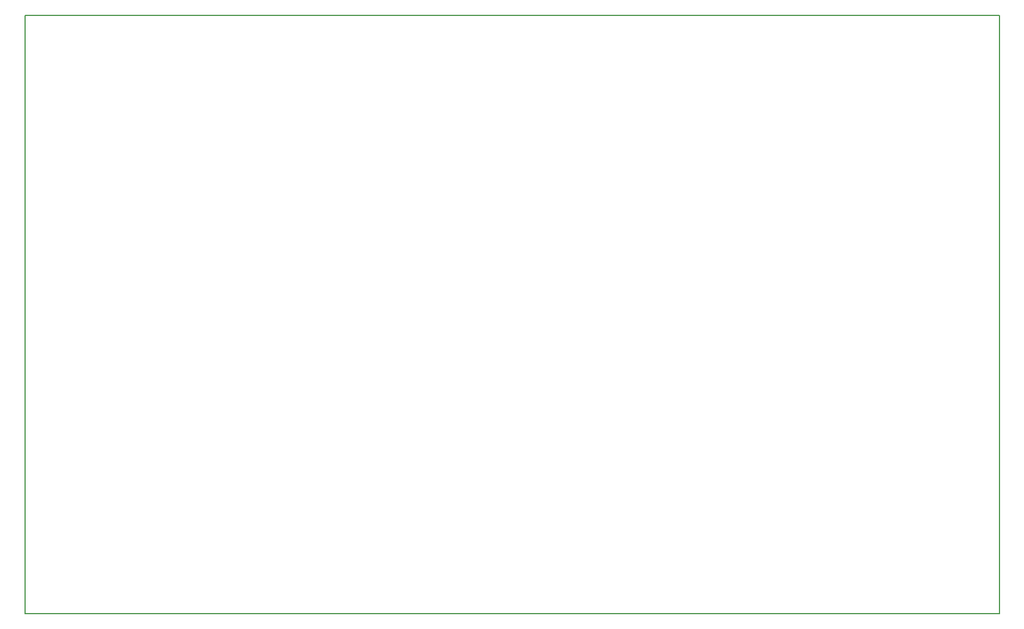
<source format=gbr>
%TF.GenerationSoftware,KiCad,Pcbnew,5.1.9-73d0e3b20d~88~ubuntu20.04.1*%
%TF.CreationDate,2021-01-15T18:11:00+02:00*%
%TF.ProjectId,gpsdo,67707364-6f2e-46b6-9963-61645f706362,rev?*%
%TF.SameCoordinates,PX3e22018PY7b2cf58*%
%TF.FileFunction,Profile,NP*%
%FSLAX46Y46*%
G04 Gerber Fmt 4.6, Leading zero omitted, Abs format (unit mm)*
G04 Created by KiCad (PCBNEW 5.1.9-73d0e3b20d~88~ubuntu20.04.1) date 2021-01-15 18:11:00*
%MOMM*%
%LPD*%
G01*
G04 APERTURE LIST*
%TA.AperFunction,Profile*%
%ADD10C,0.150000*%
%TD*%
G04 APERTURE END LIST*
D10*
X144780000Y88900000D02*
X144780000Y0D01*
X0Y88900000D02*
X144780000Y88900000D01*
X144780000Y0D02*
X0Y0D01*
X0Y0D02*
X0Y88900000D01*
M02*

</source>
